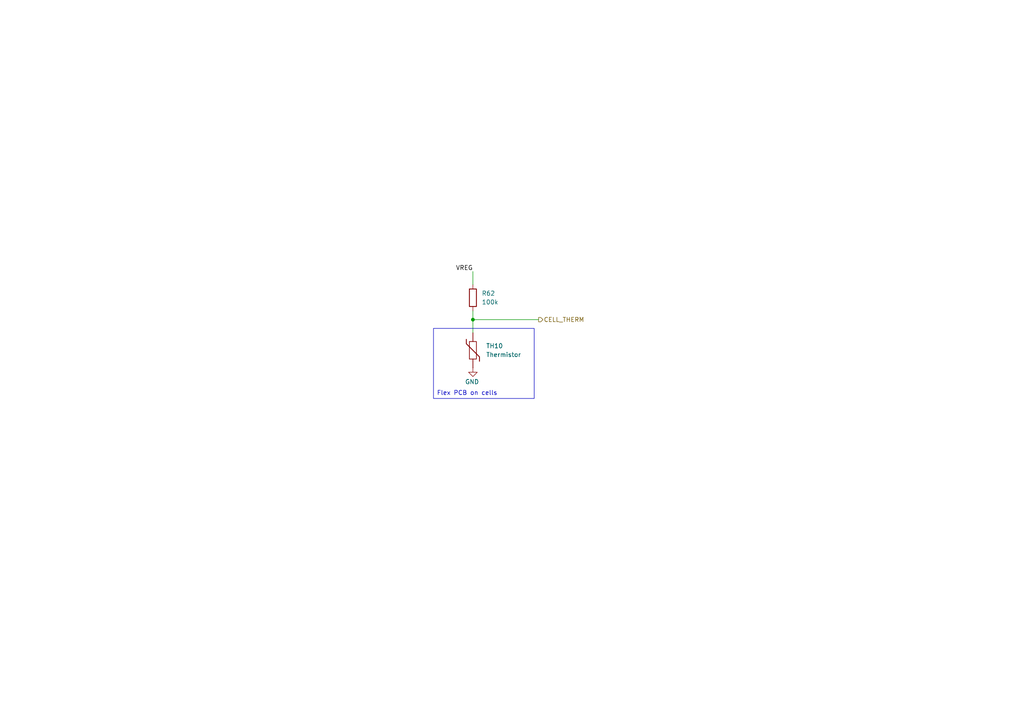
<source format=kicad_sch>
(kicad_sch (version 20250114) (generator "eeschema") (generator_version "9.0")
  (paper "A4")
  (lib_symbols
    (symbol "Device:R" (pin_numbers (hide yes)) (pin_names (offset 0))
      (property "Reference" "R" (at 2.032 0 90))
      (property "Value" "R" (at 0 0 90))
      (symbol "R_0_1"
        (rectangle (start -1.016 -2.54) (end 1.016 2.54) (stroke (width 0.254)))
      )
      (symbol "R_1_1"
        (pin passive line (at 0 3.81 270) (length 1.27) (name "~") (number "1"))
        (pin passive line (at 0 -3.81 90) (length 1.27) (name "~") (number "2"))
      )
    )
    (symbol "Device:Thermistor" (pin_numbers (hide yes)) (pin_names (offset 0))
      (property "Reference" "TH" (at 2.54 1.27 90))
      (property "Value" "Thermistor" (at -2.54 0 90))
      (symbol "Thermistor_0_1"
        (polyline (pts (xy -1.905 3.175) (xy -1.905 1.905) (xy 1.905 -1.905) (xy 1.905 -3.175) (xy 1.905 -3.175)) (stroke (width 0.254)))
        (rectangle (start -1.016 2.54) (end 1.016 -2.54) (stroke (width 0.2032)))
      )
      (symbol "Thermistor_1_1"
        (pin passive line (at 0 5.08 270) (length 2.54) (name "~") (number "1"))
        (pin passive line (at 0 -5.08 90) (length 2.54) (name "~") (number "2"))
      )
    )
    (symbol "GND_10" (power) (pin_numbers (hide yes)) (pin_names (offset 0) (hide yes))
      (property "Value" "GND" (at 0 -3.81 0))
      (symbol "GND_10_0_1"
        (polyline (pts (xy 0 0) (xy 0 -1.27) (xy 1.27 -1.27) (xy 0 -2.54) (xy -1.27 -1.27) (xy 0 -1.27)))
      )
      (symbol "GND_10_1_1"
        (pin power_in line (at 0 0 270) (length 0) (name "~") (number "1"))
      )
    )
  )
  (text_box "Flex PCB on cells" (at 125.73 95.25 0) (size 29.21 20.32) (margins 0.9525 0.9525 0.9525 0.9525) (effects (font (size 1.27 1.27)) (justify left bottom)))
  (junction (at 137.16 92.71))
  (wire (pts (xy 137.16 92.71) (xy 137.16 96.52)))
  (wire (pts (xy 137.16 90.17) (xy 137.16 92.71)))
  (wire (pts (xy 137.16 92.71) (xy 156.21 92.71)))
  (wire (pts (xy 137.16 78.74) (xy 137.16 82.55)))
  (label "VREG" (at 137.16 78.74 180))
  (hierarchical_label "CELL_THERM" (shape output) (at 156.21 92.71 0))
  (symbol (lib_id "Device:R") (at 137.16 86.36 0) (unit 1)
    (property "Reference" "R53" (at 139.7 85.0899 0) (effects (justify left)))
    (property "Value" "100k" (at 139.7 87.6299 0) (effects (justify left)))
    (property "Description" "Resistor" (effects (hide yes)))
    (instances (project "bms" (path "" (reference "R62") (unit 1)) (path "" (reference "R61") (unit 1)) (path "" (reference "R78") (unit 1)) (path "" (reference "R73") (unit 1)) (path "" (reference "R66") (unit 1)) (path "" (reference "R65") (unit 1)) (path "" (reference "R74") (unit 1)) (path "" (reference "R77") (unit 1)) (path "" (reference "R69") (unit 1)) (path "" (reference "R54") (unit 1)) (path "" (reference "R76") (unit 1)) (path "" (reference "R64") (unit 1)) (path "" (reference "R55") (unit 1)) (path "" (reference "R63") (unit 1)) (path "" (reference "R71") (unit 1)) (path "" (reference "R70") (unit 1)) (path "" (reference "R57") (unit 1)) (path "" (reference "R81") (unit 1)) (path "" (reference "R72") (unit 1)) (path "" (reference "R80") (unit 1)) (path "" (reference "R58") (unit 1)) (path "" (reference "R75") (unit 1)) (path "" (reference "R79") (unit 1)) (path "" (reference "R56") (unit 1)) (path "" (reference "R82") (unit 1)) (path "" (reference "R59") (unit 1)) (path "" (reference "R60") (unit 1)) (path "" (reference "R53") (unit 1))))
  )
  (symbol (lib_id "Device:Thermistor") (at 137.16 101.6 0) (unit 1)
    (property "Reference" "TH1" (at 140.97 100.3299 0) (effects (justify left)))
    (property "Value" "Thermistor" (at 140.97 102.8699 0) (effects (justify left)))
    (property "Description" "Temperature dependent resistor" (effects (hide yes)))
    (instances (project "bms" (path "" (reference "TH10") (unit 1)) (path "" (reference "TH9") (unit 1)) (path "" (reference "TH24") (unit 1)) (path "" (reference "TH19") (unit 1)) (path "" (reference "TH14") (unit 1)) (path "" (reference "TH13") (unit 1)) (path "" (reference "TH20") (unit 1)) (path "" (reference "TH23") (unit 1)) (path "" (reference "TH15") (unit 1)) (path "" (reference "TH2") (unit 1)) (path "" (reference "TH22") (unit 1)) (path "" (reference "TH12") (unit 1)) (path "" (reference "TH3") (unit 1)) (path "" (reference "TH11") (unit 1)) (path "" (reference "TH17") (unit 1)) (path "" (reference "TH16") (unit 1)) (path "" (reference "TH5") (unit 1)) (path "" (reference "TH27") (unit 1)) (path "" (reference "TH18") (unit 1)) (path "" (reference "TH26") (unit 1)) (path "" (reference "TH6") (unit 1)) (path "" (reference "TH21") (unit 1)) (path "" (reference "TH25") (unit 1)) (path "" (reference "TH4") (unit 1)) (path "" (reference "TH28") (unit 1)) (path "" (reference "TH7") (unit 1)) (path "" (reference "TH8") (unit 1)) (path "" (reference "TH1") (unit 1))))
  )
  (symbol (lib_name "GND_10") (lib_id "power:GND") (at 137.16 106.68 0) (unit 1)
    (property "Reference" "#PWR017" (effects (hide yes)))
    (property "Value" "GND" (at 136.906 110.744 0))
    (property "Description" "Power symbol creates a global label with name \"GND\" , ground" (effects (hide yes)))
    (instances (project "bms" (path "" (reference "#PWR026") (unit 1)) (path "" (reference "#PWR025") (unit 1)) (path "" (reference "#PWR043") (unit 1)) (path "" (reference "#PWR038") (unit 1)) (path "" (reference "#PWR030") (unit 1)) (path "" (reference "#PWR029") (unit 1)) (path "" (reference "#PWR039") (unit 1)) (path "" (reference "#PWR042") (unit 1)) (path "" (reference "#PWR034") (unit 1)) (path "" (reference "#PWR018") (unit 1)) (path "" (reference "#PWR041") (unit 1)) (path "" (reference "#PWR028") (unit 1)) (path "" (reference "#PWR019") (unit 1)) (path "" (reference "#PWR027") (unit 1)) (path "" (reference "#PWR036") (unit 1)) (path "" (reference "#PWR035") (unit 1)) (path "" (reference "#PWR021") (unit 1)) (path "" (reference "#PWR046") (unit 1)) (path "" (reference "#PWR037") (unit 1)) (path "" (reference "#PWR045") (unit 1)) (path "" (reference "#PWR022") (unit 1)) (path "" (reference "#PWR040") (unit 1)) (path "" (reference "#PWR044") (unit 1)) (path "" (reference "#PWR020") (unit 1)) (path "" (reference "#PWR047") (unit 1)) (path "" (reference "#PWR023") (unit 1)) (path "" (reference "#PWR024") (unit 1)) (path "" (reference "#PWR017") (unit 1))))
  )
)
</source>
